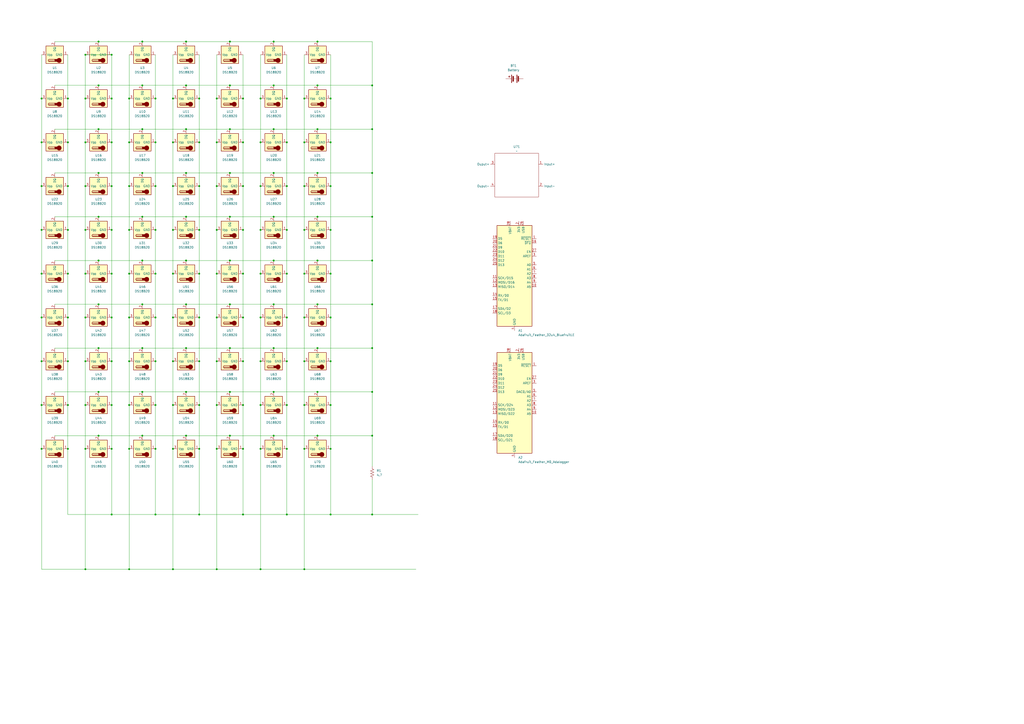
<source format=kicad_sch>
(kicad_sch (version 20231120) (generator "eeschema") (generator_version "8.0")
  (paper "A2")
  (lib_symbols
    (symbol "Device:Battery" (pin_numbers hide) (pin_names (offset 0) hide)
      (property "Reference" "BT" (at 2.54 2.54 0))
      (property "Value" "Battery" (at 2.54 0 0))
      (symbol "Battery_0_1"
        (rectangle (start -2.286 -1.27) (end 2.286 -1.524) (fill (type outline)))
        (rectangle (start -2.286 1.778) (end 2.286 1.524) (fill (type outline)))
        (rectangle (start -1.524 -2.032) (end 1.524 -2.54) (fill (type outline)))
        (rectangle (start -1.524 1.016) (end 1.524 0.508) (fill (type outline)))
        (polyline (pts (xy 0 -1.016) (xy 0 -0.762)))
        (polyline (pts (xy 0 -0.508) (xy 0 -0.254)))
        (polyline (pts (xy 0 0) (xy 0 0.254)))
        (polyline (pts (xy 0 1.778) (xy 0 2.54)))
        (polyline (pts (xy 0.762 3.048) (xy 1.778 3.048)) (stroke (width 0.254)))
        (polyline (pts (xy 1.27 3.556) (xy 1.27 2.54)) (stroke (width 0.254)))
      )
      (symbol "Battery_1_1"
        (pin passive line (at 0 5.08 270) (length 2.54) (name "+") (number "1"))
        (pin passive line (at 0 -5.08 90) (length 2.54) (name "-") (number "2"))
      )
    )
    (symbol "Device:R_US" (pin_numbers hide) (pin_names (offset 0))
      (property "Reference" "R" (at 2.54 0 90))
      (property "Value" "R_US" (at -2.54 0 90))
      (symbol "R_US_0_1"
        (polyline (pts (xy 0 -2.286) (xy 0 -2.54)))
        (polyline (pts (xy 0 2.286) (xy 0 2.54)))
        (polyline (pts (xy 0 -0.762) (xy 1.016 -1.143) (xy 0 -1.524) (xy -1.016 -1.905) (xy 0 -2.286)))
        (polyline (pts (xy 0 0.762) (xy 1.016 0.381) (xy 0 0) (xy -1.016 -0.381) (xy 0 -0.762)))
        (polyline (pts (xy 0 2.286) (xy 1.016 1.905) (xy 0 1.524) (xy -1.016 1.143) (xy 0 0.762)))
      )
      (symbol "R_US_1_1"
        (pin passive line (at 0 3.81 270) (length 1.27) (name "~") (number "1"))
        (pin passive line (at 0 -3.81 90) (length 1.27) (name "~") (number "2"))
      )
    )
    (symbol "MCU_Module:Adafruit_Feather_32u4_BluefruitLE"
      (property "Reference" "A" (at -10.16 28.575 0))
      (property "Value" "Adafruit_Feather_32u4_BluefruitLE" (at 2.54 -31.75 0))
      (symbol "Adafruit_Feather_32u4_BluefruitLE_0_1"
        (rectangle (start -10.16 27.94) (end 10.16 -30.48) (stroke (width 0.254)) (fill (type background)))
      )
      (symbol "Adafruit_Feather_32u4_BluefruitLE_1_1"
        (pin input line (at 12.7 20.32 180) (length 2.54) (name "~{RESET}") (number "1"))
        (pin bidirectional line (at 12.7 -7.62 180) (length 2.54) (name "A5") (number "10"))
        (pin bidirectional line (at -12.7 -2.54 0) (length 2.54) (name "SCK/D15") (number "11"))
        (pin bidirectional line (at -12.7 -5.08 0) (length 2.54) (name "MOSI/D16") (number "12"))
        (pin bidirectional line (at -12.7 -7.62 0) (length 2.54) (name "MISO/D14") (number "13"))
        (pin bidirectional line (at -12.7 -12.7 0) (length 2.54) (name "RX/D0") (number "14"))
        (pin bidirectional line (at -12.7 -15.24 0) (length 2.54) (name "TX/D1") (number "15"))
        (pin input line (at 12.7 17.78 180) (length 2.54) (name "~{DFU}") (number "16"))
        (pin bidirectional line (at -12.7 -20.32 0) (length 2.54) (name "SDA/D2") (number "17"))
        (pin bidirectional line (at -12.7 -22.86 0) (length 2.54) (name "SCL/D3") (number "18"))
        (pin bidirectional line (at -12.7 20.32 0) (length 2.54) (name "D5") (number "19"))
        (pin power_in line (at 2.54 30.48 270) (length 2.54) (name "3V3") (number "2"))
        (pin bidirectional line (at -12.7 17.78 0) (length 2.54) (name "D6") (number "20"))
        (pin bidirectional line (at -12.7 15.24 0) (length 2.54) (name "D9") (number "21"))
        (pin bidirectional line (at -12.7 12.7 0) (length 2.54) (name "D10") (number "22"))
        (pin bidirectional line (at -12.7 10.16 0) (length 2.54) (name "D11") (number "23"))
        (pin bidirectional line (at -12.7 7.62 0) (length 2.54) (name "D12") (number "24"))
        (pin bidirectional line (at -12.7 5.08 0) (length 2.54) (name "D13") (number "25"))
        (pin power_in line (at 5.08 30.48 270) (length 2.54) (name "USB") (number "26"))
        (pin input line (at 12.7 12.7 180) (length 2.54) (name "EN") (number "27"))
        (pin power_in line (at -2.54 30.48 270) (length 2.54) (name "VBAT") (number "28"))
        (pin input line (at 12.7 10.16 180) (length 2.54) (name "AREF") (number "3"))
        (pin power_in line (at 0 -33.02 90) (length 2.54) (name "GND") (number "4"))
        (pin bidirectional line (at 12.7 5.08 180) (length 2.54) (name "A0") (number "5"))
        (pin bidirectional line (at 12.7 2.54 180) (length 2.54) (name "A1") (number "6"))
        (pin bidirectional line (at 12.7 0 180) (length 2.54) (name "A2") (number "7"))
        (pin bidirectional line (at 12.7 -2.54 180) (length 2.54) (name "A3") (number "8"))
        (pin bidirectional line (at 12.7 -5.08 180) (length 2.54) (name "A4") (number "9"))
      )
    )
    (symbol "MCU_Module:Adafruit_Feather_M0_Adalogger"
      (property "Reference" "A" (at -10.16 29.21 0))
      (property "Value" "Adafruit_Feather_M0_Adalogger" (at 2.54 -31.75 0))
      (symbol "Adafruit_Feather_M0_Adalogger_0_1"
        (rectangle (start -10.16 27.94) (end 10.16 -30.48) (stroke (width 0.254)) (fill (type background)))
      )
      (symbol "Adafruit_Feather_M0_Adalogger_1_1"
        (pin input line (at 12.7 20.32 180) (length 2.54) (name "~{RESET}") (number "1"))
        (pin bidirectional line (at 12.7 -7.62 180) (length 2.54) (name "A5") (number "10"))
        (pin bidirectional line (at -12.7 -2.54 0) (length 2.54) (name "SCK/D24") (number "11"))
        (pin bidirectional line (at -12.7 -5.08 0) (length 2.54) (name "MOSI/D23") (number "12"))
        (pin bidirectional line (at -12.7 -7.62 0) (length 2.54) (name "MISO/D22") (number "13"))
        (pin bidirectional line (at -12.7 -12.7 0) (length 2.54) (name "RX/D0") (number "14"))
        (pin bidirectional line (at -12.7 -15.24 0) (length 2.54) (name "TX/D1") (number "15"))
        (pin passive line (at 0 -33.02 90) (length 2.54) hide (name "GND") (number "16"))
        (pin bidirectional line (at -12.7 -20.32 0) (length 2.54) (name "SDA/D20") (number "17"))
        (pin bidirectional line (at -12.7 -22.86 0) (length 2.54) (name "SCL/D21") (number "18"))
        (pin bidirectional line (at -12.7 20.32 0) (length 2.54) (name "D5") (number "19"))
        (pin power_in line (at 2.54 30.48 270) (length 2.54) (name "3V3") (number "2"))
        (pin bidirectional line (at -12.7 17.78 0) (length 2.54) (name "D6") (number "20"))
        (pin bidirectional line (at -12.7 15.24 0) (length 2.54) (name "D9") (number "21"))
        (pin bidirectional line (at -12.7 12.7 0) (length 2.54) (name "D10") (number "22"))
        (pin bidirectional line (at -12.7 10.16 0) (length 2.54) (name "D11") (number "23"))
        (pin bidirectional line (at -12.7 7.62 0) (length 2.54) (name "D12") (number "24"))
        (pin bidirectional line (at -12.7 5.08 0) (length 2.54) (name "D13") (number "25"))
        (pin power_in line (at 5.08 30.48 270) (length 2.54) (name "USB") (number "26"))
        (pin input line (at 12.7 12.7 180) (length 2.54) (name "EN") (number "27"))
        (pin power_in line (at -2.54 30.48 270) (length 2.54) (name "VBAT") (number "28"))
        (pin input line (at 12.7 10.16 180) (length 2.54) (name "AREF") (number "3"))
        (pin power_in line (at 0 -33.02 90) (length 2.54) (name "GND") (number "4"))
        (pin bidirectional line (at 12.7 5.08 180) (length 2.54) (name "DAC0/A0") (number "5"))
        (pin bidirectional line (at 12.7 2.54 180) (length 2.54) (name "A1") (number "6"))
        (pin bidirectional line (at 12.7 0 180) (length 2.54) (name "A2") (number "7"))
        (pin bidirectional line (at 12.7 -2.54 180) (length 2.54) (name "A3") (number "8"))
        (pin bidirectional line (at 12.7 -5.08 180) (length 2.54) (name "A4") (number "9"))
      )
    )
    (symbol "Sensor_Temperature:DS18B20"
      (property "Reference" "U" (at -3.81 6.35 0))
      (property "Value" "DS18B20" (at 6.35 6.35 0))
      (symbol "DS18B20_0_1"
        (rectangle (start -5.08 5.08) (end 5.08 -5.08) (stroke (width 0.254)) (fill (type background)))
        (circle (center -3.302 -2.54) (radius 1.27) (stroke (width 0.254)) (fill (type outline)))
        (rectangle (start -2.667 -1.905) (end -3.937 0) (stroke (width 0.254)) (fill (type outline)))
        (arc (start -2.667 3.175) (mid -3.302 3.8073) (end -3.937 3.175) (stroke (width 0.254)))
        (polyline (pts (xy -3.937 0.635) (xy -3.302 0.635)) (stroke (width 0.254)))
        (polyline (pts (xy -3.937 1.27) (xy -3.302 1.27)) (stroke (width 0.254)))
        (polyline (pts (xy -3.937 1.905) (xy -3.302 1.905)) (stroke (width 0.254)))
        (polyline (pts (xy -3.937 2.54) (xy -3.302 2.54)) (stroke (width 0.254)))
        (polyline (pts (xy -3.937 3.175) (xy -3.937 0)) (stroke (width 0.254)))
        (polyline (pts (xy -3.937 3.175) (xy -3.302 3.175)) (stroke (width 0.254)))
        (polyline (pts (xy -2.667 3.175) (xy -2.667 0)) (stroke (width 0.254)))
      )
      (symbol "DS18B20_1_1"
        (pin power_in line (at 0 -7.62 90) (length 2.54) (name "GND") (number "1"))
        (pin bidirectional line (at 7.62 0 180) (length 2.54) (name "DQ") (number "2"))
        (pin power_in line (at 0 7.62 270) (length 2.54) (name "V_{DD}") (number "3"))
      )
    )
    (symbol "my_custom:battery_booster_3,5v_to_5v"
      (property "Reference" "U" (at 0 0 0))
      (symbol "battery_booster_3,5v_to_5v_0_1"
        (rectangle (start -12.7 12.7) (end 12.7 -12.7))
      )
      (symbol "battery_booster_3,5v_to_5v_1_1"
        (pin input line (at 12.7 6.35 0) (length 2.54) (name "Input+") (number "1"))
        (pin input line (at 12.7 -6.35 0) (length 2.54) (name "Input-") (number "2"))
        (pin input line (at -12.7 6.35 180) (length 2.54) (name "Ouput+") (number "3"))
        (pin input line (at -12.7 -6.35 180) (length 2.54) (name "Ouput-") (number "4"))
      )
    )
  )
  (junction (at 151.13 158.75))
  (junction (at 57.15 176.53))
  (junction (at 215.9 74.93))
  (junction (at 57.15 227.33))
  (junction (at 74.93 158.75))
  (junction (at 184.15 49.53))
  (junction (at 49.53 133.35))
  (junction (at 133.35 252.73))
  (junction (at 39.37 158.75))
  (junction (at 90.17 234.95))
  (junction (at 115.57 209.55))
  (junction (at 107.95 227.33))
  (junction (at 184.15 125.73))
  (junction (at 24.13 158.75))
  (junction (at 184.15 176.53))
  (junction (at 115.57 57.15))
  (junction (at 151.13 82.55))
  (junction (at 90.17 57.15))
  (junction (at 184.15 151.13))
  (junction (at 39.37 234.95))
  (junction (at 57.15 24.13))
  (junction (at 215.9 49.53))
  (junction (at 64.77 298.45))
  (junction (at 74.93 107.95))
  (junction (at 90.17 82.55))
  (junction (at 133.35 74.93))
  (junction (at 166.37 107.95))
  (junction (at 100.33 330.2))
  (junction (at 133.35 24.13))
  (junction (at 100.33 57.15))
  (junction (at 125.73 82.55))
  (junction (at 191.77 133.35))
  (junction (at 90.17 133.35))
  (junction (at 191.77 298.45))
  (junction (at 158.75 176.53))
  (junction (at 49.53 57.15))
  (junction (at 90.17 184.15))
  (junction (at 151.13 184.15))
  (junction (at 107.95 151.13))
  (junction (at 107.95 176.53))
  (junction (at 49.53 82.55))
  (junction (at 166.37 260.35))
  (junction (at 115.57 260.35))
  (junction (at 39.37 184.15))
  (junction (at 158.75 201.93))
  (junction (at 140.97 57.15))
  (junction (at 24.13 184.15))
  (junction (at 115.57 234.95))
  (junction (at 64.77 234.95))
  (junction (at 82.55 125.73))
  (junction (at 115.57 184.15))
  (junction (at 74.93 260.35))
  (junction (at 82.55 252.73))
  (junction (at 107.95 125.73))
  (junction (at 57.15 125.73))
  (junction (at 57.15 49.53))
  (junction (at 140.97 107.95))
  (junction (at 133.35 100.33))
  (junction (at 82.55 24.13))
  (junction (at 125.73 209.55))
  (junction (at 158.75 227.33))
  (junction (at 125.73 184.15))
  (junction (at 191.77 107.95))
  (junction (at 107.95 100.33))
  (junction (at 49.53 234.95))
  (junction (at 151.13 57.15))
  (junction (at 49.53 184.15))
  (junction (at 57.15 201.93))
  (junction (at 49.53 260.35))
  (junction (at 100.33 82.55))
  (junction (at 151.13 330.2))
  (junction (at 215.9 100.33))
  (junction (at 107.95 201.93))
  (junction (at 115.57 107.95))
  (junction (at 39.37 82.55))
  (junction (at 39.37 133.35))
  (junction (at 125.73 234.95))
  (junction (at 100.33 234.95))
  (junction (at 133.35 201.93))
  (junction (at 100.33 260.35))
  (junction (at 184.15 74.93))
  (junction (at 64.77 31.75))
  (junction (at 74.93 330.2))
  (junction (at 176.53 330.2))
  (junction (at 140.97 158.75))
  (junction (at 125.73 57.15))
  (junction (at 24.13 260.35))
  (junction (at 115.57 298.45))
  (junction (at 24.13 107.95))
  (junction (at 39.37 260.35))
  (junction (at 184.15 252.73))
  (junction (at 115.57 158.75))
  (junction (at 191.77 82.55))
  (junction (at 82.55 201.93))
  (junction (at 74.93 184.15))
  (junction (at 151.13 107.95))
  (junction (at 100.33 209.55))
  (junction (at 49.53 330.2))
  (junction (at 176.53 184.15))
  (junction (at 24.13 82.55))
  (junction (at 57.15 100.33))
  (junction (at 57.15 74.93))
  (junction (at 158.75 74.93))
  (junction (at 151.13 234.95))
  (junction (at 176.53 260.35))
  (junction (at 215.9 298.45))
  (junction (at 215.9 176.53))
  (junction (at 24.13 234.95))
  (junction (at 191.77 260.35))
  (junction (at 100.33 184.15))
  (junction (at 39.37 57.15))
  (junction (at 133.35 49.53))
  (junction (at 166.37 158.75))
  (junction (at 151.13 133.35))
  (junction (at 133.35 125.73))
  (junction (at 57.15 252.73))
  (junction (at 176.53 57.15))
  (junction (at 166.37 184.15))
  (junction (at 64.77 184.15))
  (junction (at 49.53 209.55))
  (junction (at 64.77 107.95))
  (junction (at 74.93 82.55))
  (junction (at 215.9 227.33))
  (junction (at 215.9 252.73))
  (junction (at 176.53 158.75))
  (junction (at 125.73 158.75))
  (junction (at 24.13 57.15))
  (junction (at 176.53 234.95))
  (junction (at 64.77 57.15))
  (junction (at 100.33 158.75))
  (junction (at 49.53 31.75))
  (junction (at 90.17 260.35))
  (junction (at 39.37 107.95))
  (junction (at 140.97 298.45))
  (junction (at 166.37 298.45))
  (junction (at 166.37 82.55))
  (junction (at 125.73 107.95))
  (junction (at 140.97 82.55))
  (junction (at 184.15 201.93))
  (junction (at 74.93 57.15))
  (junction (at 158.75 252.73))
  (junction (at 191.77 234.95))
  (junction (at 49.53 107.95))
  (junction (at 90.17 158.75))
  (junction (at 82.55 151.13))
  (junction (at 64.77 209.55))
  (junction (at 100.33 107.95))
  (junction (at 115.57 82.55))
  (junction (at 176.53 107.95))
  (junction (at 140.97 133.35))
  (junction (at 133.35 227.33))
  (junction (at 215.9 125.73))
  (junction (at 82.55 100.33))
  (junction (at 140.97 184.15))
  (junction (at 133.35 151.13))
  (junction (at 24.13 209.55))
  (junction (at 140.97 260.35))
  (junction (at 125.73 330.2))
  (junction (at 64.77 260.35))
  (junction (at 191.77 158.75))
  (junction (at 107.95 252.73))
  (junction (at 140.97 209.55))
  (junction (at 191.77 57.15))
  (junction (at 107.95 74.93))
  (junction (at 90.17 298.45))
  (junction (at 215.9 201.93))
  (junction (at 82.55 227.33))
  (junction (at 39.37 209.55))
  (junction (at 24.13 133.35))
  (junction (at 74.93 209.55))
  (junction (at 57.15 151.13))
  (junction (at 176.53 82.55))
  (junction (at 151.13 209.55))
  (junction (at 166.37 133.35))
  (junction (at 158.75 24.13))
  (junction (at 158.75 151.13))
  (junction (at 191.77 184.15))
  (junction (at 100.33 133.35))
  (junction (at 158.75 125.73))
  (junction (at 64.77 82.55))
  (junction (at 107.95 24.13))
  (junction (at 215.9 151.13))
  (junction (at 82.55 49.53))
  (junction (at 176.53 133.35))
  (junction (at 125.73 260.35))
  (junction (at 191.77 209.55))
  (junction (at 90.17 107.95))
  (junction (at 82.55 176.53))
  (junction (at 133.35 176.53))
  (junction (at 125.73 133.35))
  (junction (at 166.37 57.15))
  (junction (at 158.75 49.53))
  (junction (at 115.57 133.35))
  (junction (at 107.95 49.53))
  (junction (at 176.53 209.55))
  (junction (at 74.93 133.35))
  (junction (at 74.93 234.95))
  (junction (at 166.37 234.95))
  (junction (at 158.75 100.33))
  (junction (at 82.55 74.93))
  (junction (at 166.37 209.55))
  (junction (at 184.15 24.13))
  (junction (at 64.77 158.75))
  (junction (at 184.15 227.33))
  (junction (at 184.15 100.33))
  (junction (at 90.17 209.55))
  (junction (at 64.77 133.35))
  (junction (at 140.97 234.95))
  (junction (at 151.13 260.35))
  (junction (at 49.53 158.75))
  (wire (pts (xy 24.13 260.35) (xy 24.13 330.2)))
  (wire (pts (xy 151.13 330.2) (xy 176.53 330.2)))
  (wire (pts (xy 158.75 49.53) (xy 184.15 49.53)))
  (wire (pts (xy 176.53 260.35) (xy 176.53 330.2)))
  (wire (pts (xy 57.15 227.33) (xy 82.55 227.33)))
  (wire (pts (xy 215.9 176.53) (xy 215.9 201.93)))
  (wire (pts (xy 82.55 176.53) (xy 107.95 176.53)))
  (wire (pts (xy 90.17 107.95) (xy 90.17 133.35)))
  (wire (pts (xy 166.37 133.35) (xy 166.37 158.75)))
  (wire (pts (xy 49.53 31.75) (xy 64.77 31.75)))
  (wire (pts (xy 151.13 184.15) (xy 151.13 209.55)))
  (wire (pts (xy 107.95 24.13) (xy 133.35 24.13)))
  (wire (pts (xy 74.93 184.15) (xy 74.93 209.55)))
  (wire (pts (xy 64.77 82.55) (xy 64.77 107.95)))
  (wire (pts (xy 191.77 82.55) (xy 191.77 107.95)))
  (wire (pts (xy 100.33 330.2) (xy 125.73 330.2)))
  (wire (pts (xy 90.17 298.45) (xy 115.57 298.45)))
  (wire (pts (xy 158.75 176.53) (xy 184.15 176.53)))
  (wire (pts (xy 31.75 201.93) (xy 57.15 201.93)))
  (wire (pts (xy 107.95 125.73) (xy 133.35 125.73)))
  (wire (pts (xy 49.53 31.75) (xy 49.53 57.15)))
  (wire (pts (xy 191.77 184.15) (xy 191.77 209.55)))
  (wire (pts (xy 100.33 82.55) (xy 100.33 107.95)))
  (wire (pts (xy 191.77 209.55) (xy 191.77 234.95)))
  (wire (pts (xy 57.15 100.33) (xy 82.55 100.33)))
  (wire (pts (xy 49.53 107.95) (xy 49.53 133.35)))
  (wire (pts (xy 151.13 234.95) (xy 151.13 260.35)))
  (wire (pts (xy 24.13 158.75) (xy 24.13 184.15)))
  (wire (pts (xy 125.73 31.75) (xy 125.73 57.15)))
  (wire (pts (xy 64.77 107.95) (xy 64.77 133.35)))
  (wire (pts (xy 39.37 260.35) (xy 39.37 298.45)))
  (wire (pts (xy 125.73 209.55) (xy 125.73 234.95)))
  (wire (pts (xy 74.93 234.95) (xy 74.93 260.35)))
  (wire (pts (xy 151.13 260.35) (xy 151.13 330.2)))
  (wire (pts (xy 184.15 74.93) (xy 215.9 74.93)))
  (wire (pts (xy 176.53 234.95) (xy 176.53 260.35)))
  (wire (pts (xy 82.55 227.33) (xy 107.95 227.33)))
  (wire (pts (xy 64.77 184.15) (xy 64.77 209.55)))
  (wire (pts (xy 82.55 125.73) (xy 107.95 125.73)))
  (wire (pts (xy 176.53 133.35) (xy 176.53 158.75)))
  (wire (pts (xy 133.35 176.53) (xy 158.75 176.53)))
  (wire (pts (xy 24.13 31.75) (xy 24.13 57.15)))
  (wire (pts (xy 158.75 24.13) (xy 184.15 24.13)))
  (wire (pts (xy 125.73 234.95) (xy 125.73 260.35)))
  (wire (pts (xy 184.15 125.73) (xy 215.9 125.73)))
  (wire (pts (xy 215.9 49.53) (xy 215.9 74.93)))
  (wire (pts (xy 100.33 209.55) (xy 100.33 234.95)))
  (wire (pts (xy 100.33 260.35) (xy 100.33 330.2)))
  (wire (pts (xy 49.53 133.35) (xy 49.53 158.75)))
  (wire (pts (xy 115.57 184.15) (xy 115.57 209.55)))
  (wire (pts (xy 184.15 252.73) (xy 215.9 252.73)))
  (wire (pts (xy 140.97 158.75) (xy 140.97 184.15)))
  (wire (pts (xy 115.57 133.35) (xy 115.57 158.75)))
  (wire (pts (xy 74.93 158.75) (xy 74.93 184.15)))
  (wire (pts (xy 184.15 176.53) (xy 215.9 176.53)))
  (wire (pts (xy 140.97 82.55) (xy 140.97 107.95)))
  (wire (pts (xy 24.13 330.2) (xy 49.53 330.2)))
  (wire (pts (xy 82.55 151.13) (xy 107.95 151.13)))
  (wire (pts (xy 125.73 158.75) (xy 125.73 184.15)))
  (wire (pts (xy 140.97 31.75) (xy 140.97 57.15)))
  (wire (pts (xy 151.13 82.55) (xy 151.13 107.95)))
  (wire (pts (xy 140.97 209.55) (xy 140.97 234.95)))
  (wire (pts (xy 184.15 100.33) (xy 215.9 100.33)))
  (wire (pts (xy 176.53 330.2) (xy 241.3 330.2)))
  (wire (pts (xy 39.37 107.95) (xy 39.37 133.35)))
  (wire (pts (xy 107.95 100.33) (xy 133.35 100.33)))
  (wire (pts (xy 140.97 260.35) (xy 140.97 298.45)))
  (wire (pts (xy 31.75 227.33) (xy 57.15 227.33)))
  (wire (pts (xy 191.77 158.75) (xy 191.77 184.15)))
  (wire (pts (xy 151.13 209.55) (xy 151.13 234.95)))
  (wire (pts (xy 49.53 234.95) (xy 49.53 260.35)))
  (wire (pts (xy 125.73 133.35) (xy 125.73 158.75)))
  (wire (pts (xy 24.13 234.95) (xy 24.13 260.35)))
  (wire (pts (xy 133.35 100.33) (xy 158.75 100.33)))
  (wire (pts (xy 49.53 330.2) (xy 74.93 330.2)))
  (wire (pts (xy 215.9 252.73) (xy 215.9 270.51)))
  (wire (pts (xy 140.97 234.95) (xy 140.97 260.35)))
  (wire (pts (xy 133.35 201.93) (xy 158.75 201.93)))
  (wire (pts (xy 215.9 151.13) (xy 215.9 176.53)))
  (wire (pts (xy 39.37 57.15) (xy 39.37 82.55)))
  (wire (pts (xy 115.57 158.75) (xy 115.57 184.15)))
  (wire (pts (xy 24.13 133.35) (xy 24.13 158.75)))
  (wire (pts (xy 215.9 201.93) (xy 215.9 227.33)))
  (wire (pts (xy 166.37 158.75) (xy 166.37 184.15)))
  (wire (pts (xy 125.73 330.2) (xy 151.13 330.2)))
  (wire (pts (xy 57.15 24.13) (xy 82.55 24.13)))
  (wire (pts (xy 125.73 107.95) (xy 125.73 133.35)))
  (wire (pts (xy 24.13 184.15) (xy 24.13 209.55)))
  (wire (pts (xy 115.57 260.35) (xy 115.57 298.45)))
  (wire (pts (xy 64.77 260.35) (xy 64.77 298.45)))
  (wire (pts (xy 39.37 184.15) (xy 39.37 209.55)))
  (wire (pts (xy 151.13 158.75) (xy 151.13 184.15)))
  (wire (pts (xy 82.55 74.93) (xy 107.95 74.93)))
  (wire (pts (xy 166.37 209.55) (xy 166.37 234.95)))
  (wire (pts (xy 74.93 330.2) (xy 100.33 330.2)))
  (wire (pts (xy 31.75 125.73) (xy 57.15 125.73)))
  (wire (pts (xy 176.53 209.55) (xy 176.53 234.95)))
  (wire (pts (xy 158.75 151.13) (xy 184.15 151.13)))
  (wire (pts (xy 24.13 107.95) (xy 24.13 133.35)))
  (wire (pts (xy 74.93 133.35) (xy 74.93 158.75)))
  (wire (pts (xy 100.33 234.95) (xy 100.33 260.35)))
  (wire (pts (xy 133.35 151.13) (xy 158.75 151.13)))
  (wire (pts (xy 39.37 133.35) (xy 39.37 158.75)))
  (wire (pts (xy 31.75 176.53) (xy 57.15 176.53)))
  (wire (pts (xy 100.33 184.15) (xy 100.33 209.55)))
  (wire (pts (xy 64.77 209.55) (xy 64.77 234.95)))
  (wire (pts (xy 184.15 227.33) (xy 215.9 227.33)))
  (wire (pts (xy 90.17 133.35) (xy 90.17 158.75)))
  (wire (pts (xy 57.15 74.93) (xy 82.55 74.93)))
  (wire (pts (xy 191.77 234.95) (xy 191.77 260.35)))
  (wire (pts (xy 57.15 201.93) (xy 82.55 201.93)))
  (wire (pts (xy 31.75 24.13) (xy 57.15 24.13)))
  (wire (pts (xy 82.55 100.33) (xy 107.95 100.33)))
  (wire (pts (xy 82.55 252.73) (xy 107.95 252.73)))
  (wire (pts (xy 166.37 234.95) (xy 166.37 260.35)))
  (wire (pts (xy 24.13 82.55) (xy 24.13 107.95)))
  (wire (pts (xy 166.37 31.75) (xy 166.37 57.15)))
  (wire (pts (xy 74.93 31.75) (xy 74.93 57.15)))
  (wire (pts (xy 64.77 158.75) (xy 64.77 184.15)))
  (wire (pts (xy 90.17 184.15) (xy 90.17 209.55)))
  (wire (pts (xy 90.17 158.75) (xy 90.17 184.15)))
  (wire (pts (xy 100.33 57.15) (xy 100.33 82.55)))
  (wire (pts (xy 191.77 31.75) (xy 191.77 57.15)))
  (wire (pts (xy 64.77 57.15) (xy 64.77 82.55)))
  (wire (pts (xy 133.35 252.73) (xy 158.75 252.73)))
  (wire (pts (xy 184.15 151.13) (xy 215.9 151.13)))
  (wire (pts (xy 115.57 31.75) (xy 115.57 57.15)))
  (wire (pts (xy 133.35 227.33) (xy 158.75 227.33)))
  (wire (pts (xy 133.35 125.73) (xy 158.75 125.73)))
  (wire (pts (xy 82.55 49.53) (xy 107.95 49.53)))
  (wire (pts (xy 176.53 82.55) (xy 176.53 107.95)))
  (wire (pts (xy 215.9 100.33) (xy 215.9 125.73)))
  (wire (pts (xy 82.55 201.93) (xy 107.95 201.93)))
  (wire (pts (xy 31.75 74.93) (xy 57.15 74.93)))
  (wire (pts (xy 49.53 57.15) (xy 49.53 82.55)))
  (wire (pts (xy 176.53 31.75) (xy 176.53 57.15)))
  (wire (pts (xy 151.13 107.95) (xy 151.13 133.35)))
  (wire (pts (xy 151.13 133.35) (xy 151.13 158.75)))
  (wire (pts (xy 133.35 49.53) (xy 158.75 49.53)))
  (wire (pts (xy 166.37 82.55) (xy 166.37 107.95)))
  (wire (pts (xy 100.33 158.75) (xy 100.33 184.15)))
  (wire (pts (xy 158.75 227.33) (xy 184.15 227.33)))
  (wire (pts (xy 191.77 57.15) (xy 191.77 82.55)))
  (wire (pts (xy 158.75 125.73) (xy 184.15 125.73)))
  (wire (pts (xy 100.33 107.95) (xy 100.33 133.35)))
  (wire (pts (xy 82.55 24.13) (xy 107.95 24.13)))
  (wire (pts (xy 140.97 184.15) (xy 140.97 209.55)))
  (wire (pts (xy 215.9 125.73) (xy 215.9 151.13)))
  (wire (pts (xy 176.53 158.75) (xy 176.53 184.15)))
  (wire (pts (xy 115.57 234.95) (xy 115.57 260.35)))
  (wire (pts (xy 215.9 278.13) (xy 215.9 298.45)))
  (wire (pts (xy 90.17 82.55) (xy 90.17 107.95)))
  (wire (pts (xy 100.33 31.75) (xy 100.33 57.15)))
  (wire (pts (xy 125.73 260.35) (xy 125.73 330.2)))
  (wire (pts (xy 90.17 209.55) (xy 90.17 234.95)))
  (wire (pts (xy 184.15 49.53) (xy 215.9 49.53)))
  (wire (pts (xy 57.15 252.73) (xy 82.55 252.73)))
  (wire (pts (xy 125.73 57.15) (xy 125.73 82.55)))
  (wire (pts (xy 158.75 252.73) (xy 184.15 252.73)))
  (wire (pts (xy 49.53 209.55) (xy 49.53 234.95)))
  (wire (pts (xy 140.97 57.15) (xy 140.97 82.55)))
  (wire (pts (xy 74.93 107.95) (xy 74.93 133.35)))
  (wire (pts (xy 158.75 100.33) (xy 184.15 100.33)))
  (wire (pts (xy 49.53 184.15) (xy 49.53 209.55)))
  (wire (pts (xy 166.37 298.45) (xy 191.77 298.45)))
  (wire (pts (xy 64.77 234.95) (xy 64.77 260.35)))
  (wire (pts (xy 57.15 49.53) (xy 82.55 49.53)))
  (wire (pts (xy 107.95 74.93) (xy 133.35 74.93)))
  (wire (pts (xy 166.37 184.15) (xy 166.37 209.55)))
  (wire (pts (xy 57.15 176.53) (xy 82.55 176.53)))
  (wire (pts (xy 24.13 209.55) (xy 24.13 234.95)))
  (wire (pts (xy 191.77 133.35) (xy 191.77 158.75)))
  (wire (pts (xy 64.77 133.35) (xy 64.77 158.75)))
  (wire (pts (xy 39.37 158.75) (xy 39.37 184.15)))
  (wire (pts (xy 215.9 298.45) (xy 242.57 298.45)))
  (wire (pts (xy 90.17 234.95) (xy 90.17 260.35)))
  (wire (pts (xy 215.9 74.93) (xy 215.9 100.33)))
  (wire (pts (xy 176.53 57.15) (xy 176.53 82.55)))
  (wire (pts (xy 133.35 24.13) (xy 158.75 24.13)))
  (wire (pts (xy 125.73 184.15) (xy 125.73 209.55)))
  (wire (pts (xy 115.57 107.95) (xy 115.57 133.35)))
  (wire (pts (xy 176.53 184.15) (xy 176.53 209.55)))
  (wire (pts (xy 184.15 201.93) (xy 215.9 201.93)))
  (wire (pts (xy 74.93 82.55) (xy 74.93 107.95)))
  (wire (pts (xy 31.75 100.33) (xy 57.15 100.33)))
  (wire (pts (xy 176.53 107.95) (xy 176.53 133.35)))
  (wire (pts (xy 125.73 82.55) (xy 125.73 107.95)))
  (wire (pts (xy 39.37 298.45) (xy 64.77 298.45)))
  (wire (pts (xy 115.57 298.45) (xy 140.97 298.45)))
  (wire (pts (xy 39.37 82.55) (xy 39.37 107.95)))
  (wire (pts (xy 115.57 209.55) (xy 115.57 234.95)))
  (wire (pts (xy 215.9 24.13) (xy 215.9 49.53)))
  (wire (pts (xy 166.37 107.95) (xy 166.37 133.35)))
  (wire (pts (xy 90.17 260.35) (xy 90.17 298.45)))
  (wire (pts (xy 49.53 158.75) (xy 49.53 184.15)))
  (wire (pts (xy 64.77 31.75) (xy 64.77 57.15)))
  (wire (pts (xy 24.13 57.15) (xy 24.13 82.55)))
  (wire (pts (xy 215.9 227.33) (xy 215.9 252.73)))
  (wire (pts (xy 184.15 24.13) (xy 215.9 24.13)))
  (wire (pts (xy 107.95 176.53) (xy 133.35 176.53)))
  (wire (pts (xy 191.77 107.95) (xy 191.77 133.35)))
  (wire (pts (xy 158.75 201.93) (xy 184.15 201.93)))
  (wire (pts (xy 49.53 260.35) (xy 49.53 330.2)))
  (wire (pts (xy 107.95 151.13) (xy 133.35 151.13)))
  (wire (pts (xy 115.57 57.15) (xy 115.57 82.55)))
  (wire (pts (xy 90.17 31.75) (xy 90.17 57.15)))
  (wire (pts (xy 115.57 82.55) (xy 115.57 107.95)))
  (wire (pts (xy 57.15 125.73) (xy 82.55 125.73)))
  (wire (pts (xy 107.95 49.53) (xy 133.35 49.53)))
  (wire (pts (xy 74.93 260.35) (xy 74.93 330.2)))
  (wire (pts (xy 39.37 209.55) (xy 39.37 234.95)))
  (wire (pts (xy 133.35 74.93) (xy 158.75 74.93)))
  (wire (pts (xy 100.33 133.35) (xy 100.33 158.75)))
  (wire (pts (xy 49.53 82.55) (xy 49.53 107.95)))
  (wire (pts (xy 39.37 31.75) (xy 39.37 57.15)))
  (wire (pts (xy 31.75 252.73) (xy 57.15 252.73)))
  (wire (pts (xy 151.13 31.75) (xy 151.13 57.15)))
  (wire (pts (xy 166.37 57.15) (xy 166.37 82.55)))
  (wire (pts (xy 151.13 57.15) (xy 151.13 82.55)))
  (wire (pts (xy 39.37 234.95) (xy 39.37 260.35)))
  (wire (pts (xy 158.75 74.93) (xy 184.15 74.93)))
  (wire (pts (xy 107.95 201.93) (xy 133.35 201.93)))
  (wire (pts (xy 107.95 227.33) (xy 133.35 227.33)))
  (wire (pts (xy 57.15 151.13) (xy 82.55 151.13)))
  (wire (pts (xy 64.77 298.45) (xy 90.17 298.45)))
  (wire (pts (xy 107.95 252.73) (xy 133.35 252.73)))
  (wire (pts (xy 140.97 107.95) (xy 140.97 133.35)))
  (wire (pts (xy 31.75 49.53) (xy 57.15 49.53)))
  (wire (pts (xy 191.77 298.45) (xy 215.9 298.45)))
  (wire (pts (xy 140.97 298.45) (xy 166.37 298.45)))
  (wire (pts (xy 166.37 260.35) (xy 166.37 298.45)))
  (wire (pts (xy 31.75 151.13) (xy 57.15 151.13)))
  (wire (pts (xy 74.93 57.15) (xy 74.93 82.55)))
  (wire (pts (xy 140.97 133.35) (xy 140.97 158.75)))
  (wire (pts (xy 74.93 209.55) (xy 74.93 234.95)))
  (wire (pts (xy 191.77 260.35) (xy 191.77 298.45)))
  (wire (pts (xy 90.17 57.15) (xy 90.17 82.55)))
  (symbol (lib_id "Sensor_Temperature:DS18B20") (at 107.95 260.35 90) (unit 1)
    (property "Reference" "U55" (at 107.95 267.97 90))
    (property "Value" "DS18B20" (at 107.95 270.51 90))
    (property "Footprint" "Package_TO_SOT_THT:TO-92_Inline" (effects (hide yes)))
    (property "Datasheet" "http://datasheets.maximintegrated.com/en/ds/DS18B20.pdf" (effects (hide yes)))
  )
  (symbol (lib_id "Sensor_Temperature:DS18B20") (at 184.15 82.55 90) (unit 1)
    (property "Reference" "U21" (at 184.15 90.17 90))
    (property "Value" "DS18B20" (at 184.15 92.71 90))
    (property "Footprint" "Package_TO_SOT_THT:TO-92_Inline" (effects (hide yes)))
    (property "Datasheet" "http://datasheets.maximintegrated.com/en/ds/DS18B20.pdf" (effects (hide yes)))
  )
  (symbol (lib_id "Sensor_Temperature:DS18B20") (at 31.75 82.55 90) (unit 1)
    (property "Reference" "U15" (at 31.75 90.17 90))
    (property "Value" "DS18B20" (at 31.75 92.71 90))
    (property "Footprint" "Package_TO_SOT_THT:TO-92_Inline" (effects (hide yes)))
    (property "Datasheet" "http://datasheets.maximintegrated.com/en/ds/DS18B20.pdf" (effects (hide yes)))
  )
  (symbol (lib_id "Sensor_Temperature:DS18B20") (at 57.15 158.75 90) (unit 1)
    (property "Reference" "U41" (at 57.15 166.37 90))
    (property "Value" "DS18B20" (at 57.15 168.91 90))
    (property "Footprint" "Package_TO_SOT_THT:TO-92_Inline" (effects (hide yes)))
    (property "Datasheet" "http://datasheets.maximintegrated.com/en/ds/DS18B20.pdf" (effects (hide yes)))
  )
  (symbol (lib_id "Sensor_Temperature:DS18B20") (at 107.95 184.15 90) (unit 1)
    (property "Reference" "U52" (at 107.95 191.77 90))
    (property "Value" "DS18B20" (at 107.95 194.31 90))
    (property "Footprint" "Package_TO_SOT_THT:TO-92_Inline" (effects (hide yes)))
    (property "Datasheet" "http://datasheets.maximintegrated.com/en/ds/DS18B20.pdf" (effects (hide yes)))
  )
  (symbol (lib_id "Sensor_Temperature:DS18B20") (at 82.55 184.15 90) (unit 1)
    (property "Reference" "U47" (at 82.55 191.77 90))
    (property "Value" "DS18B20" (at 82.55 194.31 90))
    (property "Footprint" "Package_TO_SOT_THT:TO-92_Inline" (effects (hide yes)))
    (property "Datasheet" "http://datasheets.maximintegrated.com/en/ds/DS18B20.pdf" (effects (hide yes)))
  )
  (symbol (lib_id "Sensor_Temperature:DS18B20") (at 184.15 158.75 90) (unit 1)
    (property "Reference" "U66" (at 184.15 166.37 90))
    (property "Value" "DS18B20" (at 184.15 168.91 90))
    (property "Footprint" "Package_TO_SOT_THT:TO-92_Inline" (effects (hide yes)))
    (property "Datasheet" "http://datasheets.maximintegrated.com/en/ds/DS18B20.pdf" (effects (hide yes)))
  )
  (symbol (lib_id "Sensor_Temperature:DS18B20") (at 133.35 107.95 90) (unit 1)
    (property "Reference" "U26" (at 133.35 115.57 90))
    (property "Value" "DS18B20" (at 133.35 118.11 90))
    (property "Footprint" "Package_TO_SOT_THT:TO-92_Inline" (effects (hide yes)))
    (property "Datasheet" "http://datasheets.maximintegrated.com/en/ds/DS18B20.pdf" (effects (hide yes)))
  )
  (symbol (lib_id "Sensor_Temperature:DS18B20") (at 57.15 209.55 90) (unit 1)
    (property "Reference" "U43" (at 57.15 217.17 90))
    (property "Value" "DS18B20" (at 57.15 219.71 90))
    (property "Footprint" "Package_TO_SOT_THT:TO-92_Inline" (effects (hide yes)))
    (property "Datasheet" "http://datasheets.maximintegrated.com/en/ds/DS18B20.pdf" (effects (hide yes)))
  )
  (symbol (lib_id "Sensor_Temperature:DS18B20") (at 107.95 234.95 90) (unit 1)
    (property "Reference" "U54" (at 107.95 242.57 90))
    (property "Value" "DS18B20" (at 107.95 245.11 90))
    (property "Footprint" "Package_TO_SOT_THT:TO-92_Inline" (effects (hide yes)))
    (property "Datasheet" "http://datasheets.maximintegrated.com/en/ds/DS18B20.pdf" (effects (hide yes)))
  )
  (symbol (lib_id "Sensor_Temperature:DS18B20") (at 31.75 184.15 90) (unit 1)
    (property "Reference" "U37" (at 31.75 191.77 90))
    (property "Value" "DS18B20" (at 31.75 194.31 90))
    (property "Footprint" "Package_TO_SOT_THT:TO-92_Inline" (effects (hide yes)))
    (property "Datasheet" "http://datasheets.maximintegrated.com/en/ds/DS18B20.pdf" (effects (hide yes)))
  )
  (symbol (lib_id "Sensor_Temperature:DS18B20") (at 57.15 107.95 90) (unit 1)
    (property "Reference" "U23" (at 57.15 115.57 90))
    (property "Value" "DS18B20" (at 57.15 118.11 90))
    (property "Footprint" "Package_TO_SOT_THT:TO-92_Inline" (effects (hide yes)))
    (property "Datasheet" "http://datasheets.maximintegrated.com/en/ds/DS18B20.pdf" (effects (hide yes)))
  )
  (symbol (lib_id "Sensor_Temperature:DS18B20") (at 133.35 260.35 90) (unit 1)
    (property "Reference" "U60" (at 133.35 267.97 90))
    (property "Value" "DS18B20" (at 133.35 270.51 90))
    (property "Footprint" "Package_TO_SOT_THT:TO-92_Inline" (effects (hide yes)))
    (property "Datasheet" "http://datasheets.maximintegrated.com/en/ds/DS18B20.pdf" (effects (hide yes)))
  )
  (symbol (lib_id "Sensor_Temperature:DS18B20") (at 184.15 31.75 90) (unit 1)
    (property "Reference" "U7" (at 184.15 39.37 90))
    (property "Value" "DS18B20" (at 184.15 41.91 90))
    (property "Footprint" "Package_TO_SOT_THT:TO-92_Inline" (effects (hide yes)))
    (property "Datasheet" "http://datasheets.maximintegrated.com/en/ds/DS18B20.pdf" (effects (hide yes)))
  )
  (symbol (lib_id "MCU_Module:Adafruit_Feather_32u4_BluefruitLE") (at 298.45 158.75 0) (unit 1)
    (property "Reference" "A1" (at 300.6441 191.77 0) (effects (justify left)))
    (property "Value" "Adafruit_Feather_32u4_BluefruitLE" (at 300.6441 194.31 0) (effects (justify left)))
    (property "Footprint" "Module:Adafruit_Feather" (effects (hide yes)))
    (property "Datasheet" "https://cdn-learn.adafruit.com/downloads/pdf/adafruit-feather-32u4-bluefruit-le.pdf" (effects (hide yes)))
    (property "Description" "Microcontroller module with ATmega32u4 MCU and bluetooth" (effects (hide yes)))
  )
  (symbol (lib_id "Sensor_Temperature:DS18B20") (at 31.75 107.95 90) (unit 1)
    (property "Reference" "U22" (at 31.75 115.57 90))
    (property "Value" "DS18B20" (at 31.75 118.11 90))
    (property "Footprint" "Package_TO_SOT_THT:TO-92_Inline" (effects (hide yes)))
    (property "Datasheet" "http://datasheets.maximintegrated.com/en/ds/DS18B20.pdf" (effects (hide yes)))
  )
  (symbol (lib_id "Sensor_Temperature:DS18B20") (at 184.15 260.35 90) (unit 1)
    (property "Reference" "U70" (at 184.15 267.97 90))
    (property "Value" "DS18B20" (at 184.15 270.51 90))
    (property "Footprint" "Package_TO_SOT_THT:TO-92_Inline" (effects (hide yes)))
    (property "Datasheet" "http://datasheets.maximintegrated.com/en/ds/DS18B20.pdf" (effects (hide yes)))
  )
  (symbol (lib_id "Sensor_Temperature:DS18B20") (at 31.75 31.75 90) (unit 1)
    (property "Reference" "U1" (at 31.75 39.37 90))
    (property "Value" "DS18B20" (at 31.75 41.91 90))
    (property "Footprint" "Package_TO_SOT_THT:TO-92_Inline" (effects (hide yes)))
    (property "Datasheet" "http://datasheets.maximintegrated.com/en/ds/DS18B20.pdf" (effects (hide yes)))
  )
  (symbol (lib_id "Sensor_Temperature:DS18B20") (at 82.55 158.75 90) (unit 1)
    (property "Reference" "U46" (at 82.55 166.37 90))
    (property "Value" "DS18B20" (at 82.55 168.91 90))
    (property "Footprint" "Package_TO_SOT_THT:TO-92_Inline" (effects (hide yes)))
    (property "Datasheet" "http://datasheets.maximintegrated.com/en/ds/DS18B20.pdf" (effects (hide yes)))
  )
  (symbol (lib_id "Sensor_Temperature:DS18B20") (at 31.75 133.35 90) (unit 1)
    (property "Reference" "U29" (at 31.75 140.97 90))
    (property "Value" "DS18B20" (at 31.75 143.51 90))
    (property "Footprint" "Package_TO_SOT_THT:TO-92_Inline" (effects (hide yes)))
    (property "Datasheet" "http://datasheets.maximintegrated.com/en/ds/DS18B20.pdf" (effects (hide yes)))
  )
  (symbol (lib_id "Sensor_Temperature:DS18B20") (at 82.55 31.75 90) (unit 1)
    (property "Reference" "U3" (at 82.55 39.37 90))
    (property "Value" "DS18B20" (at 82.55 41.91 90))
    (property "Footprint" "Package_TO_SOT_THT:TO-92_Inline" (effects (hide yes)))
    (property "Datasheet" "http://datasheets.maximintegrated.com/en/ds/DS18B20.pdf" (effects (hide yes)))
  )
  (symbol (lib_id "MCU_Module:Adafruit_Feather_M0_Adalogger") (at 298.45 232.41 0) (unit 1)
    (property "Reference" "A2" (at 300.6441 265.43 0) (effects (justify left)))
    (property "Value" "Adafruit_Feather_M0_Adalogger" (at 300.6441 267.97 0) (effects (justify left)))
    (property "Footprint" "Module:Adafruit_Feather" (effects (hide yes)))
    (property "Datasheet" "https://cdn-learn.adafruit.com/downloads/pdf/adafruit-feather-m0-adalogger.pdf" (effects (hide yes)))
    (property "Description" "Microcontroller module with SAMD21 Cortex-M0 MCU and SD card reader" (effects (hide yes)))
  )
  (symbol (lib_id "Sensor_Temperature:DS18B20") (at 107.95 107.95 90) (unit 1)
    (property "Reference" "U25" (at 107.95 115.57 90))
    (property "Value" "DS18B20" (at 107.95 118.11 90))
    (property "Footprint" "Package_TO_SOT_THT:TO-92_Inline" (effects (hide yes)))
    (property "Datasheet" "http://datasheets.maximintegrated.com/en/ds/DS18B20.pdf" (effects (hide yes)))
  )
  (symbol (lib_id "Sensor_Temperature:DS18B20") (at 133.35 57.15 90) (unit 1)
    (property "Reference" "U12" (at 133.35 64.77 90))
    (property "Value" "DS18B20" (at 133.35 67.31 90))
    (property "Footprint" "Package_TO_SOT_THT:TO-92_Inline" (effects (hide yes)))
    (property "Datasheet" "http://datasheets.maximintegrated.com/en/ds/DS18B20.pdf" (effects (hide yes)))
  )
  (symbol (lib_id "Sensor_Temperature:DS18B20") (at 184.15 57.15 90) (unit 1)
    (property "Reference" "U14" (at 184.15 64.77 90))
    (property "Value" "DS18B20" (at 184.15 67.31 90))
    (property "Footprint" "Package_TO_SOT_THT:TO-92_Inline" (effects (hide yes)))
    (property "Datasheet" "http://datasheets.maximintegrated.com/en/ds/DS18B20.pdf" (effects (hide yes)))
  )
  (symbol (lib_id "Sensor_Temperature:DS18B20") (at 31.75 57.15 90) (unit 1)
    (property "Reference" "U8" (at 31.75 64.77 90))
    (property "Value" "DS18B20" (at 31.75 67.31 90))
    (property "Footprint" "Package_TO_SOT_THT:TO-92_Inline" (effects (hide yes)))
    (property "Datasheet" "http://datasheets.maximintegrated.com/en/ds/DS18B20.pdf" (effects (hide yes)))
  )
  (symbol (lib_id "Sensor_Temperature:DS18B20") (at 107.95 158.75 90) (unit 1)
    (property "Reference" "U51" (at 107.95 166.37 90))
    (property "Value" "DS18B20" (at 107.95 168.91 90))
    (property "Footprint" "Package_TO_SOT_THT:TO-92_Inline" (effects (hide yes)))
    (property "Datasheet" "http://datasheets.maximintegrated.com/en/ds/DS18B20.pdf" (effects (hide yes)))
  )
  (symbol (lib_id "Sensor_Temperature:DS18B20") (at 57.15 133.35 90) (unit 1)
    (property "Reference" "U30" (at 57.15 140.97 90))
    (property "Value" "DS18B20" (at 57.15 143.51 90))
    (property "Footprint" "Package_TO_SOT_THT:TO-92_Inline" (effects (hide yes)))
    (property "Datasheet" "http://datasheets.maximintegrated.com/en/ds/DS18B20.pdf" (effects (hide yes)))
  )
  (symbol (lib_id "Sensor_Temperature:DS18B20") (at 82.55 260.35 90) (unit 1)
    (property "Reference" "U50" (at 82.55 267.97 90))
    (property "Value" "DS18B20" (at 82.55 270.51 90))
    (property "Footprint" "Package_TO_SOT_THT:TO-92_Inline" (effects (hide yes)))
    (property "Datasheet" "http://datasheets.maximintegrated.com/en/ds/DS18B20.pdf" (effects (hide yes)))
  )
  (symbol (lib_id "Sensor_Temperature:DS18B20") (at 133.35 158.75 90) (unit 1)
    (property "Reference" "U56" (at 133.35 166.37 90))
    (property "Value" "DS18B20" (at 133.35 168.91 90))
    (property "Footprint" "Package_TO_SOT_THT:TO-92_Inline" (effects (hide yes)))
    (property "Datasheet" "http://datasheets.maximintegrated.com/en/ds/DS18B20.pdf" (effects (hide yes)))
  )
  (symbol (lib_id "Sensor_Temperature:DS18B20") (at 107.95 31.75 90) (unit 1)
    (property "Reference" "U4" (at 107.95 39.37 90))
    (property "Value" "DS18B20" (at 107.95 41.91 90))
    (property "Footprint" "Package_TO_SOT_THT:TO-92_Inline" (effects (hide yes)))
    (property "Datasheet" "http://datasheets.maximintegrated.com/en/ds/DS18B20.pdf" (effects (hide yes)))
  )
  (symbol (lib_id "Sensor_Temperature:DS18B20") (at 107.95 209.55 90) (unit 1)
    (property "Reference" "U53" (at 107.95 217.17 90))
    (property "Value" "DS18B20" (at 107.95 219.71 90))
    (property "Footprint" "Package_TO_SOT_THT:TO-92_Inline" (effects (hide yes)))
    (property "Datasheet" "http://datasheets.maximintegrated.com/en/ds/DS18B20.pdf" (effects (hide yes)))
  )
  (symbol (lib_id "Sensor_Temperature:DS18B20") (at 31.75 209.55 90) (unit 1)
    (property "Reference" "U38" (at 31.75 217.17 90))
    (property "Value" "DS18B20" (at 31.75 219.71 90))
    (property "Footprint" "Package_TO_SOT_THT:TO-92_Inline" (effects (hide yes)))
    (property "Datasheet" "http://datasheets.maximintegrated.com/en/ds/DS18B20.pdf" (effects (hide yes)))
  )
  (symbol (lib_id "Sensor_Temperature:DS18B20") (at 158.75 107.95 90) (unit 1)
    (property "Reference" "U27" (at 158.75 115.57 90))
    (property "Value" "DS18B20" (at 158.75 118.11 90))
    (property "Footprint" "Package_TO_SOT_THT:TO-92_Inline" (effects (hide yes)))
    (property "Datasheet" "http://datasheets.maximintegrated.com/en/ds/DS18B20.pdf" (effects (hide yes)))
  )
  (symbol (lib_id "Sensor_Temperature:DS18B20") (at 158.75 184.15 90) (unit 1)
    (property "Reference" "U62" (at 158.75 191.77 90))
    (property "Value" "DS18B20" (at 158.75 194.31 90))
    (property "Footprint" "Package_TO_SOT_THT:TO-92_Inline" (effects (hide yes)))
    (property "Datasheet" "http://datasheets.maximintegrated.com/en/ds/DS18B20.pdf" (effects (hide yes)))
  )
  (symbol (lib_id "Sensor_Temperature:DS18B20") (at 133.35 234.95 90) (unit 1)
    (property "Reference" "U59" (at 133.35 242.57 90))
    (property "Value" "DS18B20" (at 133.35 245.11 90))
    (property "Footprint" "Package_TO_SOT_THT:TO-92_Inline" (effects (hide yes)))
    (property "Datasheet" "http://datasheets.maximintegrated.com/en/ds/DS18B20.pdf" (effects (hide yes)))
  )
  (symbol (lib_id "Sensor_Temperature:DS18B20") (at 133.35 209.55 90) (unit 1)
    (property "Reference" "U58" (at 133.35 217.17 90))
    (property "Value" "DS18B20" (at 133.35 219.71 90))
    (property "Footprint" "Package_TO_SOT_THT:TO-92_Inline" (effects (hide yes)))
    (property "Datasheet" "http://datasheets.maximintegrated.com/en/ds/DS18B20.pdf" (effects (hide yes)))
  )
  (symbol (lib_id "Sensor_Temperature:DS18B20") (at 57.15 260.35 90) (unit 1)
    (property "Reference" "U45" (at 57.15 267.97 90))
    (property "Value" "DS18B20" (at 57.15 270.51 90))
    (property "Footprint" "Package_TO_SOT_THT:TO-92_Inline" (effects (hide yes)))
    (property "Datasheet" "http://datasheets.maximintegrated.com/en/ds/DS18B20.pdf" (effects (hide yes)))
  )
  (symbol (lib_id "Sensor_Temperature:DS18B20") (at 158.75 260.35 90) (unit 1)
    (property "Reference" "U65" (at 158.75 267.97 90))
    (property "Value" "DS18B20" (at 158.75 270.51 90))
    (property "Footprint" "Package_TO_SOT_THT:TO-92_Inline" (effects (hide yes)))
    (property "Datasheet" "http://datasheets.maximintegrated.com/en/ds/DS18B20.pdf" (effects (hide yes)))
  )
  (symbol (lib_id "Sensor_Temperature:DS18B20") (at 158.75 158.75 90) (unit 1)
    (property "Reference" "U61" (at 158.75 166.37 90))
    (property "Value" "DS18B20" (at 158.75 168.91 90))
    (property "Footprint" "Package_TO_SOT_THT:TO-92_Inline" (effects (hide yes)))
    (property "Datasheet" "http://datasheets.maximintegrated.com/en/ds/DS18B20.pdf" (effects (hide yes)))
  )
  (symbol (lib_id "Sensor_Temperature:DS18B20") (at 82.55 133.35 90) (unit 1)
    (property "Reference" "U31" (at 82.55 140.97 90))
    (property "Value" "DS18B20" (at 82.55 143.51 90))
    (property "Footprint" "Package_TO_SOT_THT:TO-92_Inline" (effects (hide yes)))
    (property "Datasheet" "http://datasheets.maximintegrated.com/en/ds/DS18B20.pdf" (effects (hide yes)))
  )
  (symbol (lib_id "Sensor_Temperature:DS18B20") (at 107.95 133.35 90) (unit 1)
    (property "Reference" "U32" (at 107.95 140.97 90))
    (property "Value" "DS18B20" (at 107.95 143.51 90))
    (property "Footprint" "Package_TO_SOT_THT:TO-92_Inline" (effects (hide yes)))
    (property "Datasheet" "http://datasheets.maximintegrated.com/en/ds/DS18B20.pdf" (effects (hide yes)))
  )
  (symbol (lib_id "Sensor_Temperature:DS18B20") (at 184.15 234.95 90) (unit 1)
    (property "Reference" "U69" (at 184.15 242.57 90))
    (property "Value" "DS18B20" (at 184.15 245.11 90))
    (property "Footprint" "Package_TO_SOT_THT:TO-92_Inline" (effects (hide yes)))
    (property "Datasheet" "http://datasheets.maximintegrated.com/en/ds/DS18B20.pdf" (effects (hide yes)))
  )
  (symbol (lib_id "Sensor_Temperature:DS18B20") (at 57.15 82.55 90) (unit 1)
    (property "Reference" "U16" (at 57.15 90.17 90))
    (property "Value" "DS18B20" (at 57.15 92.71 90))
    (property "Footprint" "Package_TO_SOT_THT:TO-92_Inline" (effects (hide yes)))
    (property "Datasheet" "http://datasheets.maximintegrated.com/en/ds/DS18B20.pdf" (effects (hide yes)))
  )
  (symbol (lib_id "Sensor_Temperature:DS18B20") (at 82.55 234.95 90) (unit 1)
    (property "Reference" "U49" (at 82.55 242.57 90))
    (property "Value" "DS18B20" (at 82.55 245.11 90))
    (property "Footprint" "Package_TO_SOT_THT:TO-92_Inline" (effects (hide yes)))
    (property "Datasheet" "http://datasheets.maximintegrated.com/en/ds/DS18B20.pdf" (effects (hide yes)))
  )
  (symbol (lib_id "Sensor_Temperature:DS18B20") (at 158.75 31.75 90) (unit 1)
    (property "Reference" "U6" (at 158.75 39.37 90))
    (property "Value" "DS18B20" (at 158.75 41.91 90))
    (property "Footprint" "Package_TO_SOT_THT:TO-92_Inline" (effects (hide yes)))
    (property "Datasheet" "http://datasheets.maximintegrated.com/en/ds/DS18B20.pdf" (effects (hide yes)))
  )
  (symbol (lib_id "Sensor_Temperature:DS18B20") (at 31.75 234.95 90) (unit 1)
    (property "Reference" "U39" (at 31.75 242.57 90))
    (property "Value" "DS18B20" (at 31.75 245.11 90))
    (property "Footprint" "Package_TO_SOT_THT:TO-92_Inline" (effects (hide yes)))
    (property "Datasheet" "http://datasheets.maximintegrated.com/en/ds/DS18B20.pdf" (effects (hide yes)))
  )
  (symbol (lib_id "Sensor_Temperature:DS18B20") (at 57.15 184.15 90) (unit 1)
    (property "Reference" "U42" (at 57.15 191.77 90))
    (property "Value" "DS18B20" (at 57.15 194.31 90))
    (property "Footprint" "Package_TO_SOT_THT:TO-92_Inline" (effects (hide yes)))
    (property "Datasheet" "http://datasheets.maximintegrated.com/en/ds/DS18B20.pdf" (effects (hide yes)))
  )
  (symbol (lib_id "Sensor_Temperature:DS18B20") (at 31.75 260.35 90) (unit 1)
    (property "Reference" "U40" (at 31.75 267.97 90))
    (property "Value" "DS18B20" (at 31.75 270.51 90))
    (property "Footprint" "Package_TO_SOT_THT:TO-92_Inline" (effects (hide yes)))
    (property "Datasheet" "http://datasheets.maximintegrated.com/en/ds/DS18B20.pdf" (effects (hide yes)))
  )
  (symbol (lib_id "Sensor_Temperature:DS18B20") (at 107.95 57.15 90) (unit 1)
    (property "Reference" "U11" (at 107.95 64.77 90))
    (property "Value" "DS18B20" (at 107.95 67.31 90))
    (property "Footprint" "Package_TO_SOT_THT:TO-92_Inline" (effects (hide yes)))
    (property "Datasheet" "http://datasheets.maximintegrated.com/en/ds/DS18B20.pdf" (effects (hide yes)))
  )
  (symbol (lib_id "Sensor_Temperature:DS18B20") (at 133.35 184.15 90) (unit 1)
    (property "Reference" "U57" (at 133.35 191.77 90))
    (property "Value" "DS18B20" (at 133.35 194.31 90))
    (property "Footprint" "Package_TO_SOT_THT:TO-92_Inline" (effects (hide yes)))
    (property "Datasheet" "http://datasheets.maximintegrated.com/en/ds/DS18B20.pdf" (effects (hide yes)))
  )
  (symbol (lib_id "my_custom:battery_booster_3,5v_to_5v") (at 299.72 101.6 0) (unit 1)
    (property "Reference" "U71" (at 299.72 85.09 0))
    (property "Value" "~" (at 299.72 87.63 0))
  )
  (symbol (lib_id "Sensor_Temperature:DS18B20") (at 158.75 209.55 90) (unit 1)
    (property "Reference" "U63" (at 158.75 217.17 90))
    (property "Value" "DS18B20" (at 158.75 219.71 90))
    (property "Footprint" "Package_TO_SOT_THT:TO-92_Inline" (effects (hide yes)))
    (property "Datasheet" "http://datasheets.maximintegrated.com/en/ds/DS18B20.pdf" (effects (hide yes)))
  )
  (symbol (lib_id "Sensor_Temperature:DS18B20") (at 184.15 133.35 90) (unit 1)
    (property "Reference" "U35" (at 184.15 140.97 90))
    (property "Value" "DS18B20" (at 184.15 143.51 90))
    (property "Footprint" "Package_TO_SOT_THT:TO-92_Inline" (effects (hide yes)))
    (property "Datasheet" "http://datasheets.maximintegrated.com/en/ds/DS18B20.pdf" (effects (hide yes)))
  )
  (symbol (lib_id "Sensor_Temperature:DS18B20") (at 184.15 209.55 90) (unit 1)
    (property "Reference" "U68" (at 184.15 217.17 90))
    (property "Value" "DS18B20" (at 184.15 219.71 90))
    (property "Footprint" "Package_TO_SOT_THT:TO-92_Inline" (effects (hide yes)))
    (property "Datasheet" "http://datasheets.maximintegrated.com/en/ds/DS18B20.pdf" (effects (hide yes)))
  )
  (symbol (lib_id "Sensor_Temperature:DS18B20") (at 184.15 107.95 90) (unit 1)
    (property "Reference" "U28" (at 184.15 115.57 90))
    (property "Value" "DS18B20" (at 184.15 118.11 90))
    (property "Footprint" "Package_TO_SOT_THT:TO-92_Inline" (effects (hide yes)))
    (property "Datasheet" "http://datasheets.maximintegrated.com/en/ds/DS18B20.pdf" (effects (hide yes)))
  )
  (symbol (lib_id "Sensor_Temperature:DS18B20") (at 57.15 234.95 90) (unit 1)
    (property "Reference" "U44" (at 57.15 242.57 90))
    (property "Value" "DS18B20" (at 57.15 245.11 90))
    (property "Footprint" "Package_TO_SOT_THT:TO-92_Inline" (effects (hide yes)))
    (property "Datasheet" "http://datasheets.maximintegrated.com/en/ds/DS18B20.pdf" (effects (hide yes)))
  )
  (symbol (lib_id "Sensor_Temperature:DS18B20") (at 158.75 234.95 90) (unit 1)
    (property "Reference" "U64" (at 158.75 242.57 90))
    (property "Value" "DS18B20" (at 158.75 245.11 90))
    (property "Footprint" "Package_TO_SOT_THT:TO-92_Inline" (effects (hide yes)))
    (property "Datasheet" "http://datasheets.maximintegrated.com/en/ds/DS18B20.pdf" (effects (hide yes)))
  )
  (symbol (lib_id "Sensor_Temperature:DS18B20") (at 133.35 82.55 90) (unit 1)
    (property "Reference" "U19" (at 133.35 90.17 90))
    (property "Value" "DS18B20" (at 133.35 92.71 90))
    (property "Footprint" "Package_TO_SOT_THT:TO-92_Inline" (effects (hide yes)))
    (property "Datasheet" "http://datasheets.maximintegrated.com/en/ds/DS18B20.pdf" (effects (hide yes)))
  )
  (symbol (lib_id "Sensor_Temperature:DS18B20") (at 82.55 82.55 90) (unit 1)
    (property "Reference" "U17" (at 82.55 90.17 90))
    (property "Value" "DS18B20" (at 82.55 92.71 90))
    (property "Footprint" "Package_TO_SOT_THT:TO-92_Inline" (effects (hide yes)))
    (property "Datasheet" "http://datasheets.maximintegrated.com/en/ds/DS18B20.pdf" (effects (hide yes)))
  )
  (symbol (lib_id "Sensor_Temperature:DS18B20") (at 133.35 133.35 90) (unit 1)
    (property "Reference" "U33" (at 133.35 140.97 90))
    (property "Value" "DS18B20" (at 133.35 143.51 90))
    (property "Footprint" "Package_TO_SOT_THT:TO-92_Inline" (effects (hide yes)))
    (property "Datasheet" "http://datasheets.maximintegrated.com/en/ds/DS18B20.pdf" (effects (hide yes)))
  )
  (symbol (lib_id "Sensor_Temperature:DS18B20") (at 82.55 209.55 90) (unit 1)
    (property "Reference" "U48" (at 82.55 217.17 90))
    (property "Value" "DS18B20" (at 82.55 219.71 90))
    (property "Footprint" "Package_TO_SOT_THT:TO-92_Inline" (effects (hide yes)))
    (property "Datasheet" "http://datasheets.maximintegrated.com/en/ds/DS18B20.pdf" (effects (hide yes)))
  )
  (symbol (lib_id "Sensor_Temperature:DS18B20") (at 57.15 31.75 90) (unit 1)
    (property "Reference" "U2" (at 57.15 39.37 90))
    (property "Value" "DS18B20" (at 57.15 41.91 90))
    (property "Footprint" "Package_TO_SOT_THT:TO-92_Inline" (effects (hide yes)))
    (property "Datasheet" "http://datasheets.maximintegrated.com/en/ds/DS18B20.pdf" (effects (hide yes)))
  )
  (symbol (lib_id "Sensor_Temperature:DS18B20") (at 158.75 133.35 90) (unit 1)
    (property "Reference" "U34" (at 158.75 140.97 90))
    (property "Value" "DS18B20" (at 158.75 143.51 90))
    (property "Footprint" "Package_TO_SOT_THT:TO-92_Inline" (effects (hide yes)))
    (property "Datasheet" "http://datasheets.maximintegrated.com/en/ds/DS18B20.pdf" (effects (hide yes)))
  )
  (symbol (lib_id "Sensor_Temperature:DS18B20") (at 158.75 82.55 90) (unit 1)
    (property "Reference" "U20" (at 158.75 90.17 90))
    (property "Value" "DS18B20" (at 158.75 92.71 90))
    (property "Footprint" "Package_TO_SOT_THT:TO-92_Inline" (effects (hide yes)))
    (property "Datasheet" "http://datasheets.maximintegrated.com/en/ds/DS18B20.pdf" (effects (hide yes)))
  )
  (symbol (lib_id "Sensor_Temperature:DS18B20") (at 57.15 57.15 90) (unit 1)
    (property "Reference" "U9" (at 57.15 64.77 90))
    (property "Value" "DS18B20" (at 57.15 67.31 90))
    (property "Footprint" "Package_TO_SOT_THT:TO-92_Inline" (effects (hide yes)))
    (property "Datasheet" "http://datasheets.maximintegrated.com/en/ds/DS18B20.pdf" (effects (hide yes)))
  )
  (symbol (lib_id "Device:R_US") (at 215.9 274.32 0) (unit 1)
    (property "Reference" "R1" (at 218.44 273.05 0) (effects (justify left)))
    (property "Value" "4.7" (at 218.44 275.59 0) (effects (justify left)))
    (property "Footprint" "Resistor_THT:R_Axial_DIN0207_L6.3mm_D2.5mm_P10.16mm_Horizontal" (effects (hide yes)))
  )
  (symbol (lib_id "Sensor_Temperature:DS18B20") (at 184.15 184.15 90) (unit 1)
    (property "Reference" "U67" (at 184.15 191.77 90))
    (property "Value" "DS18B20" (at 184.15 194.31 90))
    (property "Footprint" "Package_TO_SOT_THT:TO-92_Inline" (effects (hide yes)))
    (property "Datasheet" "http://datasheets.maximintegrated.com/en/ds/DS18B20.pdf" (effects (hide yes)))
  )
  (symbol (lib_id "Device:Battery") (at 298.45 45.72 90) (unit 1)
    (property "Reference" "BT1" (at 297.8785 38.1 90))
    (property "Value" "Battery" (at 297.8785 40.64 90))
  )
  (symbol (lib_id "Sensor_Temperature:DS18B20") (at 133.35 31.75 90) (unit 1)
    (property "Reference" "U5" (at 133.35 39.37 90))
    (property "Value" "DS18B20" (at 133.35 41.91 90))
    (property "Footprint" "Package_TO_SOT_THT:TO-92_Inline" (effects (hide yes)))
    (property "Datasheet" "http://datasheets.maximintegrated.com/en/ds/DS18B20.pdf" (effects (hide yes)))
  )
  (symbol (lib_id "Sensor_Temperature:DS18B20") (at 82.55 107.95 90) (unit 1)
    (property "Reference" "U24" (at 82.55 115.57 90))
    (property "Value" "DS18B20" (at 82.55 118.11 90))
    (property "Footprint" "Package_TO_SOT_THT:TO-92_Inline" (effects (hide yes)))
    (property "Datasheet" "http://datasheets.maximintegrated.com/en/ds/DS18B20.pdf" (effects (hide yes)))
  )
  (symbol (lib_id "Sensor_Temperature:DS18B20") (at 158.75 57.15 90) (unit 1)
    (property "Reference" "U13" (at 158.75 64.77 90))
    (property "Value" "DS18B20" (at 158.75 67.31 90))
    (property "Footprint" "Package_TO_SOT_THT:TO-92_Inline" (effects (hide yes)))
    (property "Datasheet" "http://datasheets.maximintegrated.com/en/ds/DS18B20.pdf" (effects (hide yes)))
  )
  (symbol (lib_id "Sensor_Temperature:DS18B20") (at 107.95 82.55 90) (unit 1)
    (property "Reference" "U18" (at 107.95 90.17 90))
    (property "Value" "DS18B20" (at 107.95 92.71 90))
    (property "Footprint" "Package_TO_SOT_THT:TO-92_Inline" (effects (hide yes)))
    (property "Datasheet" "http://datasheets.maximintegrated.com/en/ds/DS18B20.pdf" (effects (hide yes)))
  )
  (symbol (lib_id "Sensor_Temperature:DS18B20") (at 31.75 158.75 90) (unit 1)
    (property "Reference" "U36" (at 31.75 166.37 90))
    (property "Value" "DS18B20" (at 31.75 168.91 90))
    (property "Footprint" "Package_TO_SOT_THT:TO-92_Inline" (effects (hide yes)))
    (property "Datasheet" "http://datasheets.maximintegrated.com/en/ds/DS18B20.pdf" (effects (hide yes)))
  )
  (symbol (lib_id "Sensor_Temperature:DS18B20") (at 82.55 57.15 90) (unit 1)
    (property "Reference" "U10" (at 82.55 64.77 90))
    (property "Value" "DS18B20" (at 82.55 67.31 90))
    (property "Footprint" "Package_TO_SOT_THT:TO-92_Inline" (effects (hide yes)))
    (property "Datasheet" "http://datasheets.maximintegrated.com/en/ds/DS18B20.pdf" (effects (hide yes)))
  )
)
</source>
